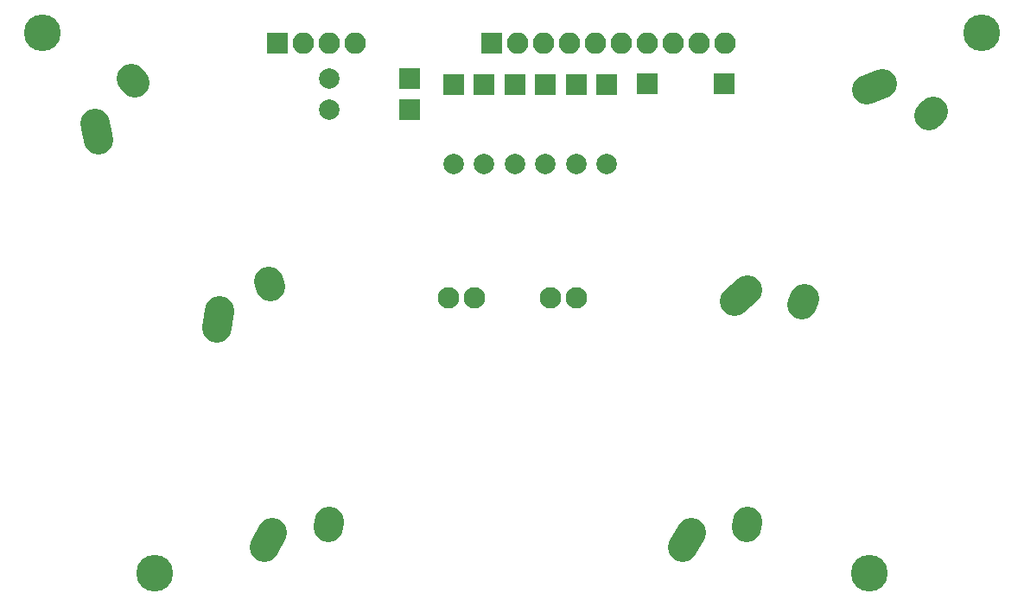
<source format=gbr>
G04 #@! TF.FileFunction,Soldermask,Bot*
%FSLAX46Y46*%
G04 Gerber Fmt 4.6, Leading zero omitted, Abs format (unit mm)*
G04 Created by KiCad (PCBNEW 4.0.7) date 12/09/17 16:09:34*
%MOMM*%
%LPD*%
G01*
G04 APERTURE LIST*
%ADD10C,0.100000*%
%ADD11C,3.600000*%
%ADD12R,2.000000X2.000000*%
%ADD13C,2.000000*%
%ADD14R,2.100000X2.100000*%
%ADD15O,2.100000X2.100000*%
%ADD16C,2.900000*%
%ADD17C,2.100000*%
G04 APERTURE END LIST*
D10*
D11*
X115000000Y-87000000D03*
D12*
X144250000Y-39100000D03*
D13*
X144250000Y-46900000D03*
D12*
X150250000Y-39100000D03*
D13*
X150250000Y-46900000D03*
D12*
X156250000Y-39100000D03*
D13*
X156250000Y-46900000D03*
D12*
X147250000Y-39100000D03*
D13*
X147250000Y-46900000D03*
D12*
X153250000Y-39100000D03*
D13*
X153250000Y-46900000D03*
D12*
X159250000Y-39100000D03*
D13*
X159250000Y-46900000D03*
D14*
X148000000Y-35000000D03*
D15*
X150540000Y-35000000D03*
X153080000Y-35000000D03*
X155620000Y-35000000D03*
X158160000Y-35000000D03*
X160700000Y-35000000D03*
X163240000Y-35000000D03*
X165780000Y-35000000D03*
X168320000Y-35000000D03*
X170860000Y-35000000D03*
D16*
X109131093Y-42863929D02*
X109448313Y-44503523D01*
X112680612Y-38476505D02*
X113022346Y-38945139D01*
X121313283Y-61267179D02*
X121050599Y-62916389D01*
X126149328Y-58358356D02*
X126310170Y-58915608D01*
X126500453Y-83000046D02*
X125689547Y-84459954D01*
X132039724Y-81920672D02*
X132000276Y-82499328D01*
X186273334Y-39007786D02*
X184713734Y-39604900D01*
X191210472Y-41741512D02*
X190808298Y-42159432D01*
X173049412Y-59215368D02*
X171788092Y-60309886D01*
X178623793Y-60095629D02*
X178388811Y-60625897D01*
X167500453Y-83000046D02*
X166689547Y-84459954D01*
X173039724Y-81920672D02*
X173000276Y-82499328D01*
D11*
X196000000Y-34000000D03*
X185000000Y-87000000D03*
X104000000Y-34000000D03*
D17*
X146270000Y-60000000D03*
X143730000Y-60000000D03*
X156270000Y-60000000D03*
X153730000Y-60000000D03*
D12*
X139900000Y-41500000D03*
D13*
X132100000Y-41500000D03*
D12*
X139900000Y-38500000D03*
D13*
X132100000Y-38500000D03*
D14*
X127000000Y-35000000D03*
D15*
X129540000Y-35000000D03*
X132080000Y-35000000D03*
X134620000Y-35000000D03*
D14*
X163250000Y-39000000D03*
X170750000Y-39000000D03*
M02*

</source>
